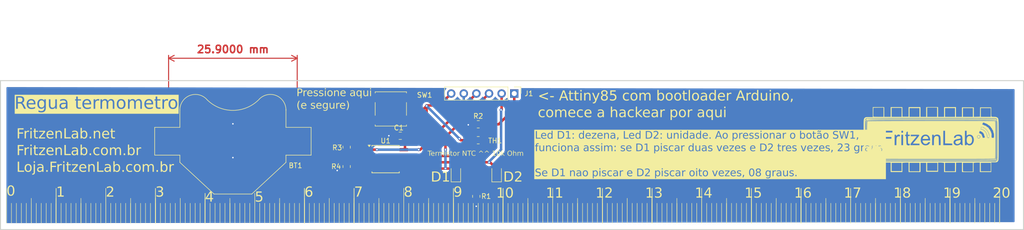
<source format=kicad_pcb>
(kicad_pcb (version 20240108) (generator "pcbnew") (generator_version "8.0")
  (layers (0 "F.Cu" signal) (31 "B.Cu" signal) (34 "B.Paste" user) (35 "F.Paste" user) (36 "B.SilkS" user "B.Silkscreen") (37 "F.SilkS" user "F.Silkscreen") (38 "B.Mask" user) (39 "F.Mask" user) (44 "Edge.Cuts" user))
  (net 0 "")
  (net 1 "LED-decimal")
  (net 2 "GND")
  (net 3 "LED-unitario")
  (net 4 "Analog")
  (net 5 "VCC")
  (net 6 "REF")
  (net 7 "D10")
  (net 9 "Net-(BT1-+)")
  (net 10 "Net-(D1-K)")
  (footprint "Package_SO:SOIC-8W_5.3x5.3mm_P1.27mm" (layer "F.Cu") (at 129.55 92.305)
    (property "Reference" "U1" (at 0 -3.68 0) (layer "F.SilkS"))
    (property "Value" "ATtiny85-20S" (hide yes))
    (pad "1" smd rect (at -3.65 -1.905) (size 1.7 0.65) (layers "F.Cu" "F.Paste" "F.Mask") (net 7 "D10"))
    (pad "2" smd rect (at -3.65 -0.635) (size 1.7 0.65) (layers "F.Cu" "F.Paste" "F.Mask"))
    (pad "3" smd rect (at -3.65 0.635) (size 1.7 0.65) (layers "F.Cu" "F.Paste" "F.Mask") (net 6 "REF"))
    (pad "4" smd rect (at -3.65 1.905) (size 1.7 0.65) (layers "F.Cu" "F.Paste" "F.Mask") (net 2 "GND"))
    (pad "5" smd rect (at 3.65 1.905) (size 1.7 0.65) (layers "F.Cu" "F.Paste" "F.Mask") (net 1 "LED-decimal"))
    (pad "6" smd rect (at 3.65 0.635) (size 1.7 0.65) (layers "F.Cu" "F.Paste" "F.Mask") (net 3 "LED-unitario"))
    (pad "7" smd rect (at 3.65 -0.635) (size 1.7 0.65) (layers "F.Cu" "F.Paste" "F.Mask") (net 4 "Analog"))
    (pad "8" smd rect (at 3.65 -1.905) (size 1.7 0.65) (layers "F.Cu" "F.Paste" "F.Mask") (net 5 "VCC"))
  )
  (footprint "LED_SMD:LED_0805_2012Metric" (layer "F.Cu") (at 151.9 95.2 90)
    (property "Reference" "D2" (at -0.8 3.3 180) (layer "F.SilkS") (effects (font (size 2 2))))
    (property "Value" "LED" (hide yes))
    (pad "1" smd roundrect (at -0.9375 0 90) (size 0.975 1.4) (layers "F.Cu" "F.Paste" "F.Mask") (net 10 "Net-(D1-K)"))
    (pad "2" smd roundrect (at 0.9375 0 90) (size 0.975 1.4) (layers "F.Cu" "F.Paste" "F.Mask") (net 3 "LED-unitario"))
  )
  (footprint "Capacitor_SMD:C_0805_2012Metric" (layer "F.Cu") (at 132.5 87.6 180)
    (property "Reference" "C1" (at 0.3 1.6 0) (layer "F.SilkS"))
    (property "Value" "C" (hide yes))
    (pad "1" smd roundrect (at -0.95 0 180) (size 1 1.45) (layers "F.Cu" "F.Paste" "F.Mask") (net 5 "VCC"))
    (pad "2" smd roundrect (at 0.95 0 180) (size 1 1.45) (layers "F.Cu" "F.Paste" "F.Mask") (net 2 "GND"))
  )
  (footprint "Resistor_SMD:R_0805_2012Metric" (layer "F.Cu") (at 121.7 89.9 90)
    (property "Reference" "R3" (at -0.1 -1.9 180) (layer "F.SilkS"))
    (property "Value" "R" (hide yes))
    (pad "1" smd roundrect (at -0.9125 0 90) (size 1.025 1.4) (layers "F.Cu" "F.Paste" "F.Mask") (roundrect_rratio 0.243902) (net 6 "REF"))
    (pad "2" smd roundrect (at 0.9125 0 90) (size 1.025 1.4) (layers "F.Cu" "F.Paste" "F.Mask") (roundrect_rratio 0.243902) (net 5 "VCC"))
  )
  (footprint "Connector_PinHeader_2.54mm:PinHeader_1x06_P2.54mm_Vertical" (layer "F.Cu") (at 155.45 79.1 -90)
    (property "Reference" "J1" (at 0 -2.95 180) (layer "F.SilkS"))
    (property "Value" "Conn_01x06_Pin" (hide yes))
    (pad "1" thru_hole rect (at 0 0 270) (size 1.7 1.7) (drill 1) (layers "*.Cu" "*.Mask") (net 4 "Analog"))
    (pad "2" thru_hole oval (at 0 2.54 270) (size 1.7 1.7) (drill 1) (layers "*.Cu" "*.Mask") (net 3 "LED-unitario"))
    (pad "3" thru_hole oval (at 0 5.08 270) (size 1.7 1.7) (drill 1) (layers "*.Cu" "*.Mask") (net 1 "LED-decimal"))
    (pad "4" thru_hole oval (at 0 7.62 270) (size 1.7 1.7) (drill 1) (layers "*.Cu" "*.Mask") (net 7 "D10"))
    (pad "5" thru_hole oval (at 0 10.16 270) (size 1.7 1.7) (drill 1) (layers "*.Cu" "*.Mask") (net 2 "GND"))
    (pad "6" thru_hole oval (at 0 12.7 270) (size 1.7 1.7) (drill 1) (layers "*.Cu" "*.Mask") (net 5 "VCC"))
  )
  (footprint "LED_SMD:LED_0805_2012Metric" (layer "F.Cu") (at 143.7 95.2 90)
    (property "Reference" "D1" (at -0.8 -3.1 180) (layer "F.SilkS") (effects (font (size 2 2))))
    (property "Value" "LED" (hide yes))
    (pad "1" smd roundrect (at -0.9375 0 90) (size 0.975 1.4) (layers "F.Cu" "F.Paste" "F.Mask") (net 10 "Net-(D1-K)"))
    (pad "2" smd roundrect (at 0.9375 0 90) (size 0.975 1.4) (layers "F.Cu" "F.Paste" "F.Mask") (net 1 "LED-decimal"))
  )
  (footprint "Button_Switch_SMD:SW_SPST_B3S-1000" (layer "F.Cu") (at 130.6 82.2)
    (property "Reference" "SW1" (at 6.8 -2.8 0) (layer "F.SilkS"))
    (property "Value" "SW_Push_Dual" (hide yes))
    (pad "1" smd rect (at -3.975 -2.25) (size 1.55 1.3) (layers "F.Cu" "F.Paste" "F.Mask") (net 9 "Net-(BT1-+)"))
    (pad "1" smd rect (at 3.975 -2.25) (size 1.55 1.3) (layers "F.Cu" "F.Paste" "F.Mask") (net 9 "Net-(BT1-+)"))
    (pad "2" smd rect (at -3.975 2.25) (size 1.55 1.3) (layers "F.Cu" "F.Paste" "F.Mask") (net 5 "VCC"))
    (pad "2" smd rect (at 3.975 2.25) (size 1.55 1.3) (layers "F.Cu" "F.Paste" "F.Mask") (net 5 "VCC"))
  )
  (footprint "Resistor_SMD:R_0805_2012Metric" (layer "F.Cu") (at 148.2 88.5)
    (property "Reference" "TH1" (at 3.4 0.1 0) (layer "F.SilkS"))
    (property "Value" "Thermistor_NTC" (hide yes))
    (pad "1" smd roundrect (at -0.9125 0) (size 1.025 1.4) (layers "F.Cu" "F.Paste" "F.Mask") (roundrect_rratio 0.243902) (net 5 "VCC"))
    (pad "2" smd roundrect (at 0.9125 0) (size 1.025 1.4) (layers "F.Cu" "F.Paste" "F.Mask") (roundrect_rratio 0.243902) (net 4 "Analog"))
  )
  (footprint "Resistor_SMD:R_0805_2012Metric" (layer "F.Cu") (at 147.8 99.8 -90)
    (property "Reference" "R1" (at 0 -2 180) (layer "F.SilkS"))
    (property "Value" "R" (hide yes))
    (pad "1" smd roundrect (at -0.9125 0 270) (size 1.025 1.4) (layers "F.Cu" "F.Paste" "F.Mask") (roundrect_rratio 0.243902) (net 10 "Net-(D1-K)"))
    (pad "2" smd roundrect (at 0.9125 0 270) (size 1.025 1.4) (layers "F.Cu" "F.Paste" "F.Mask") (roundrect_rratio 0.243902) (net 2 "GND"))
  )
  (footprint "Resistor_SMD:R_0805_2012Metric" (layer "F.Cu") (at 121.7 93.8 90)
    (property "Reference" "R4" (at 0 -2.1 180) (layer "F.SilkS"))
    (property "Value" "R" (hide yes))
    (pad "1" smd roundrect (at -0.9125 0 90) (size 1.025 1.4) (layers "F.Cu" "F.Paste" "F.Mask") (roundrect_rratio 0.243902) (net 2 "GND"))
    (pad "2" smd roundrect (at 0.9125 0 90) (size 1.025 1.4) (layers "F.Cu" "F.Paste" "F.Mask") (roundrect_rratio 0.243902) (net 6 "REF"))
  )
  (footprint "logo:logo-35mm" (layer "F.Cu") (at 239.2 89.4)
    (property "Reference" "G***" (hide yes))
    (property "Value" "LOGO" (hide yes))
  )
  (footprint "Battery:BatteryHolder_Multicomp_BC-2001_1x2032" (layer "F.Cu") (at 98.8 88.709227)
    (property "Reference" "BT1" (at 12.6 4.890773 0) (layer "F.SilkS"))
    (property "Value" "Battery_Cell" (hide yes))
    (pad "1" smd rect (at -12.95 0) (size 5 5) (layers "F.Cu" "F.Paste" "F.Mask") (net 9 "Net-(BT1-+)"))
    (pad "1" smd rect (at 12.95 0) (size 5 5) (layers "F.Cu" "F.Paste" "F.Mask") (net 9 "Net-(BT1-+)"))
    (pad "2" smd rect (at 0 0) (size 4 4) (layers "F.Cu" "F.Paste" "F.Mask") (net 2 "GND"))
  )
  (footprint "Resistor_SMD:R_0805_2012Metric" (layer "F.Cu") (at 148.2 85.3)
    (property "Reference" "R2" (at 0 -1.65 0) (layer "F.SilkS"))
    (property "Value" "R" (hide yes))
    (pad "1" smd roundrect (at -0.9125 0) (size 1.025 1.4) (layers "F.Cu" "F.Paste" "F.Mask") (roundrect_rratio 0.243902) (net 2 "GND"))
    (pad "2" smd roundrect (at 0.9125 0) (size 1.025 1.4) (layers "F.Cu" "F.Paste" "F.Mask") (roundrect_rratio 0.243902) (net 4 "Analog"))
  )
  (gr_line (start 93.2 105.2) (end 93.2 101.2) (stroke (width 0.1)) (layer "F.SilkS"))
  (gr_line (start 236.2 105.2) (end 236.2 101.2) (stroke (width 0.1)) (layer "F.SilkS"))
  (gr_line (start 223.2 105.2) (end 223.2 101.2) (stroke (width 0.1)) (layer "F.SilkS"))
  (gr_line (start 203.2 105.2) (end 203.2 101.2) (stroke (width 0.1)) (layer "F.SilkS"))
  (gr_line (start 103.2 105.2) (end 103.2 99.2) (stroke (width 0.1)) (layer "F.SilkS"))
  (gr_line (start 83.2 105.2) (end 83.2 100.2) (stroke (width 0.1)) (layer "F.SilkS"))
  (gr_line (start 176.2 105.2) (end 176.2 101.2) (stroke (width 0.1)) (layer "F.SilkS"))
  (gr_line (start 111.2 105.2) (end 111.2 101.2) (stroke (width 0.1)) (layer "F.SilkS"))
  (gr_line (start 96.2 105.2) (end 96.2 101.2) (stroke (width 0.1)) (layer "F.SilkS"))
  (gr_line (start 213.2 105.2) (end 213.2 101.2) (stroke (width 0.1)) (layer "F.SilkS"))
  (gr_line (start 209.2 105.2) (end 209.2 101.2) (stroke (width 0.1)) (layer "F.SilkS"))
  (gr_line (start 98.2 105.2) (end 98.2 101.2) (stroke (width 0.1)) (layer "F.SilkS"))
  (gr_line (start 196.2 105.2) (end 196.2 101.2) (stroke (width 0.1)) (layer "F.SilkS"))
  (gr_line (start 223.2 105.2) (end 223.2 98.2) (stroke (width 0.1)) (layer "F.SilkS"))
  (gr_line (start 250.2 105.2) (end 250.2 101.2) (stroke (width 0.1)) (layer "F.SilkS"))
  (gr_line (start 138.2 105.2) (end 138.2 101.2) (stroke (width 0.1)) (layer "F.SilkS"))
  (gr_line (start 91.2 105.2) (end 91.2 101.2) (stroke (width 0.1)) (layer "F.SilkS"))
  (gr_line (start 182.2 105.2) (end 182.2 101.2) (stroke (width 0.1)) (layer "F.SilkS"))
  (gr_line (start 228.2 105.2) (end 228.2 101.2) (stroke (width 0.1)) (layer "F.SilkS"))
  (gr_line (start 200.2 105.2) (end 200.2 101.2) (stroke (width 0.1)) (layer "F.SilkS"))
  (gr_line (start 186.2 105.2) (end 186.2 101.2) (stroke (width 0.1)) (layer "F.SilkS"))
  (gr_line (start 133.2 105.2) (end 133.2 98.2) (stroke (width 0.1)) (layer "F.SilkS"))
  (gr_line (start 141.2 105.2) (end 141.2 101.2) (stroke (width 0.1)) (layer "F.SilkS"))
  (gr_line (start 58.2 105.2) (end 58.2 100.2) (stroke (width 0.1)) (layer "F.SilkS"))
  (gr_line (start 166.2 105.2) (end 166.2 101.2) (stroke (width 0.1)) (layer "F.SilkS"))
  (gr_line (start 177.2 105.2) (end 177.2 101.2) (stroke (width 0.1)) (layer "F.SilkS"))
  (gr_line (start 123.2 105.2) (end 123.2 98.2) (stroke (width 0.1)) (layer "F.SilkS"))
  (gr_line (start 253.2 105.2) (end 253.2 101.2) (stroke (width 0.1)) (layer "F.SilkS"))
  (gr_line (start 173.2 105.2) (end 173.2 100.2) (stroke (width 0.1)) (layer "F.SilkS"))
  (gr_line (start 243.2 105.2) (end 243.2 98.2) (stroke (width 0.1)) (layer "F.SilkS"))
  (gr_line (start 208.2 105.2) (end 208.2 101.2) (stroke (width 0.1)) (layer "F.SilkS"))
  (gr_line (start 193.2 105.2) (end 193.2 98.2) (stroke (width 0.1)) (layer "F.SilkS"))
  (gr_line (start 82.2 105.2) (end 82.2 101.2) (stroke (width 0.1)) (layer "F.SilkS"))
  (gr_line (start 233.2 105.2) (end 233.2 98.2) (stroke (width 0.1)) (layer "F.SilkS"))
  (gr_line (start 243.2 105.2) (end 243.2 98.2) (stroke (width 0.1)) (layer "F.SilkS"))
  (gr_line (start 194.2 105.2) (end 194.2 101.2) (stroke (width 0.1)) (layer "F.SilkS"))
  (gr_line (start 248.2 105.2) (end 248.2 100.2) (stroke (width 0.1)) (layer "F.SilkS"))
  (gr_line (start 201.2 105.2) (end 201.2 101.2) (stroke (width 0.1)) (layer "F.SilkS"))
  (gr_line (start 80.2 105.2) (end 80.2 101.2) (stroke (width 0.1)) (layer "F.SilkS"))
  (gr_line (start 218.2 105.2) (end 218.2 100.2) (stroke (width 0.1)) (layer "F.SilkS"))
  (gr_line (start 127.2 105.2) (end 127.2 101.2) (stroke (width 0.1)) (layer "F.SilkS"))
  (gr_line (start 65.2 105.2) (end 65.2 101.2) (stroke (width 0.1)) (layer "F.SilkS"))
  (gr_line (start 76.2 105.2) (end 76.2 101.2) (stroke (width 0.1)) (layer "F.SilkS"))
  (gr_line (start 73.2 105.2) (end 73.2 101.2) (stroke (width 0.1)) (layer "F.SilkS"))
  (gr_line (start 63.2 105.2) (end 63.2 101.2) (stroke (width 0.1)) (layer "F.SilkS"))
  (gr_line (start 159.2 105.2) (end 159.2 101.2) (stroke (width 0.1)) (layer "F.SilkS"))
  (gr_line (start 238.2 105.2) (end 238.2 100.2) (stroke (width 0.1)) (layer "F.SilkS"))
  (gr_line (start 110.2 105.2) (end 110.2 101.2) (stroke (width 0.1)) (layer "F.SilkS"))
  (gr_line (start 157.2 105.2) (end 157.2 101.2) (stroke (width 0.1)) (layer "F.SilkS"))
  (gr_line (start 203.2 105.2) (end 203.2 98.2) (stroke (width 0.1)) (layer "F.SilkS"))
  (gr_line (start 206.2 105.2) (end 206.2 101.2) (stroke (width 0.1)) (layer "F.SilkS"))
  (gr_line (start 73.2 105.2) (end 73.2 98.2) (stroke (width 0.1)) (layer "F.SilkS"))
  (gr_line (start 185.2 105.2) (end 185.2 101.2) (stroke (width 0.1)) (layer "F.SilkS"))
  (gr_line (start 183.2 105.2) (end 183.2 98.2) (stroke (width 0.1)) (layer "F.SilkS"))
  (gr_line (start 75.2 105.2) (end 75.2 101.2) (stroke (width 0.1)) (layer "F.SilkS"))
  (gr_line (start 74.2 105.2) (end 74.2 101.2) (stroke (width 0.1)) (layer "F.SilkS"))
  (gr_line (start 158.2 105.2) (end 158.2 100.2) (stroke (width 0.1)) (layer "F.SilkS"))
  (gr_line (start 253.2 105.2) (end 253.2 98.2) (stroke (width 0.1)) (layer "F.SilkS"))
  (gr_line (start 68.2 105.2) (end 68.2 100.2) (stroke (width 0.1)) (layer "F.SilkS"))
  (gr_line (start 172.2 105.2) (end 172.2 101.2) (stroke (width 0.1)) (layer "F.SilkS"))
  (gr_line (start 143.2 105.2) (end 143.2 98.2) (stroke (width 0.1)) (layer "F.SilkS"))
  (gr_line (start 233.2 105.2) (end 233.2 98.2) (stroke (width 0.1)) (layer "F.SilkS"))
  (gr_line (start 183.2 105.2) (end 183.2 98.2) (stroke (width 0.1)) (layer "F.SilkS"))
  (gr_line (start 173.2 105.2) (end 173.2 98.2) (stroke (width 0.1)) (layer "F.SilkS"))
  (gr_line (start 62.2 105.2) (end 62.2 101.2) (stroke (width 0.1)) (layer "F.SilkS"))
  (gr_line (start 245.2 105.2) (end 245.2 101.2) (stroke (width 0.1)) (layer "F.SilkS"))
  (gr_line (start 183.2 105.2) (end 183.2 100.2) (stroke (width 0.1)) (layer "F.SilkS"))
  (gr_line (start 98.2 105.2) (end 98.2 100.2) (stroke (width 0.1)) (layer "F.SilkS"))
  (gr_line (start 218.2 105.2) (end 218.2 101.2) (stroke (width 0.1)) (layer "F.SilkS"))
  (gr_line (start 116.2 105.2) (end 116.2 101.2) (stroke (width 0.1)) (layer "F.SilkS"))
  (gr_line (start 123.2 105.2) (end 123.2 100.2) (stroke (width 0.1)) (layer "F.SilkS"))
  (gr_line (start 173.2 105.2) (end 173.2 101.2) (stroke (width 0.1)) (layer "F.SilkS"))
  (gr_line (start 125.2 105.2) (end 125.2 101.2) (stroke (width 0.1)) (layer "F.SilkS"))
  (gr_line (start 137.2 105.2) (end 137.2 101.2) (stroke (width 0.1)) (layer "F.SilkS"))
  (gr_line (start 63.2 105.2) (end 63.2 100.2) (stroke (width 0.1)) (layer "F.SilkS"))
  (gr_line (start 88.2 105.2) (end 88.2 101.2) (stroke (width 0.1)) (layer "F.SilkS"))
  (gr_line (start 193.2 105.2) (end 193.2 98.2) (stroke (width 0.1)) (layer "F.SilkS"))
  (gr_line (start 66.2 105.2) (end 66.2 101.2) (stroke (width 0.1)) (layer "F.SilkS"))
  (gr_line (start 222.2 105.2) (end 222.2 101.2) (stroke (width 0.1)) (layer "F.SilkS"))
  (gr_line (start 229.2 105.2) (end 229.2 101.2) (stroke (width 0.1)) (layer "F.SilkS"))
  (gr_line (start 195.2 105.2) (end 195.2 101.2) (stroke (width 0.1)) (layer "F.SilkS"))
  (gr_line (start 122.2 105.2) (end 122.2 101.2) (stroke (width 0.1)) (layer "F.SilkS"))
  (gr_line (start 83.2 105.2) (end 83.2 98.2) (stroke (width 0.1)) (layer "F.SilkS"))
  (gr_line (start 193.2 105.2) (end 193.2 100.2) (stroke (width 0.1)) (layer "F.SilkS"))
  (gr_line (start 213.2 105.2) (end 213.2 100.2) (stroke (width 0.1)) (layer "F.SilkS"))
  (gr_line (start 108.2 105.2) (end 108.2 100.2) (stroke (width 0.1)) (layer "F.SilkS"))
  (gr_line (start 114.2 105.2) (end 114.2 101.2) (stroke (width 0.1)) (layer "F.SilkS"))
  (gr_line (start 133.2 105.2) (end 133.2 100.2) (stroke (width 0.1)) (layer "F.SilkS"))
  (gr_line (start 225.2 105.2) (end 225.2 101.2) (stroke (width 0.1)) (layer "F.SilkS"))
  (gr_line (start 69.2 105.2) (end 69.2 101.2) (stroke (width 0.1)) (layer "F.SilkS"))
  (gr_line (start 216.2 105.2) (end 216.2 101.2) (stroke (width 0.1)) (layer "F.SilkS"))
  (gr_line (start 199.2 105.2) (end 199.2 101.2) (stroke (width 0.1)) (layer "F.SilkS"))
  (gr_line (start 138.2 105.2) (end 138.2 100.2) (stroke (width 0.1)) (layer "F.SilkS"))
  (gr_line (start 70.2 105.2) (end 70.2 101.2) (stroke (width 0.1)) (layer "F.SilkS"))
  (gr_line (start 78.2 105.2) (end 78.2 100.2) (stroke (width 0.1)) (layer "F.SilkS"))
  (gr_line (start 178.2 105.2) (end 178.2 101.2) (stroke (width 0.1)) (layer "F.SilkS"))
  (gr_line (start 113.2 105.2) (end 113.2 101.2) (stroke (width 0.1)) (layer "F.SilkS"))
  (gr_line (start 105.2 105.2) (end 105.2 101.2) (stroke (width 0.1)) (layer "F.SilkS"))
  (gr_line (start 145.2 105.2) (end 145.2 101.2) (stroke (width 0.1)) (layer "F.SilkS"))
  (gr_line (start 162.2 105.2) (end 162.2 101.2) (stroke (width 0.1)) (layer "F.SilkS"))
  (gr_line (start 113.2 105.2) (end 113.2 100.2) (stroke (width 0.1)) (layer "F.SilkS"))
  (gr_line (start 88.2 105.2) (end 88.2 100.2) (stroke (width 0.1)) (layer "F.SilkS"))
  (gr_line (start 217.2 105.2) (end 217.2 101.2) (stroke (width 0.1)) (layer "F.SilkS"))
  (gr_line (start 59.2 105.2) (end 59.2 101.2) (stroke (width 0.1)) (layer "F.SilkS"))
  (gr_line (start 93.2 105.2) (end 93.2 99.2) (stroke (width 0.1)) (layer "F.SilkS"))
  (gr_line (start 130.2 105.2) (end 130.2 101.2) (stroke (width 0.1)) (layer "F.SilkS"))
  (gr_line (start 148.2 105.2) (end 148.2 101.2) (stroke (width 0.1)) (layer "F.SilkS"))
  (gr_line (start 243.2 105.2) (end 243.2 101.2) (stroke (width 0.1)) (layer "F.SilkS"))
  (gr_line (start 117.2 105.2) (end 117.2 101.2) (stroke (width 0.1)) (layer "F.SilkS"))
  (gr_line (start 128.2 105.2) (end 128.2 100.2) (stroke (width 0.1)) (layer "F.SilkS"))
  (gr_line (start 128.2 105.2) (end 128.2 101.2) (stroke (width 0.1)) (layer "F.SilkS"))
  (gr_line (start 230.2 105.2) (end 230.2 101.2) (stroke (width 0.1)) (layer "F.SilkS"))
  (gr_line (start 73.2 105.2) (end 73.2 100.2) (stroke (width 0.1)) (layer "F.SilkS"))
  (gr_line (start 237.2 105.2) (end 237.2 101.2) (stroke (width 0.1)) (layer "F.SilkS"))
  (gr_line (start 210.2 105.2) (end 210.2 101.2) (stroke (width 0.1)) (layer "F.SilkS"))
  (gr_line (start 156.2 105.2) (end 156.2 101.2) (stroke (width 0.1)) (layer "F.SilkS"))
  (gr_line (start 251.2 105.2) (end 251.2 101.2) (stroke (width 0.1)) (layer "F.SilkS"))
  (gr_line (start 113.2 105.2) (end 113.2 98.2) (stroke (width 0.1)) (layer "F.SilkS"))
  (gr_line (start 253.2 105.2) (end 253.2 100.2) (stroke (width 0.1)) (layer "F.SilkS"))
  (gr_line (start 148.2 105.2) (end 148.2 101.2) (stroke (width 0.1)) (layer "F.SilkS"))
  (gr_line (start 175.2 105.2) (end 175.2 101.2) (stroke (width 0.1)) (layer "F.SilkS"))
  (gr_line (start 113.2 105.2) (end 113.2 98.2) (stroke (width 0.1)) (layer "F.SilkS"))
  (gr_line (start 246.2 105.2) (end 246.2 101.2) (stroke (width 0.1)) (layer "F.SilkS"))
  (gr_line (start 234.2 105.2) (end 234.2 101.2) (stroke (width 0.1)) (layer "F.SilkS"))
  (gr_line (start 153.2 105.2) (end 153.2 100.2) (stroke (width 0.1)) (layer "F.SilkS"))
  (gr_line (start 133.2 105.2) (end 133.2 98.2) (stroke (width 0.1)) (layer "F.SilkS"))
  (gr_line (start 223.2 105.2) (end 223.2 100.2) (stroke (width 0.1)) (layer "F.SilkS"))
  (gr_line (start 163.2 105.2) (end 163.2 101.2) (stroke (width 0.1)) (layer "F.SilkS"))
  (gr_line (start 161.2 105.2) (end 161.2 101.2) (stroke (width 0.1)) (layer "F.SilkS"))
  (gr_line (start 121.2 105.2) (end 121.2 101.2) (stroke (width 0.1)) (layer "F.SilkS"))
  (gr_line (start 164.2 105.2) (end 164.2 101.2) (stroke (width 0.1)) (layer "F.SilkS"))
  (gr_line (start 95.2 105.2) (end 95.2 101.2) (stroke (width 0.1)) (layer "F.SilkS"))
  (gr_line (start 203.2 105.2) (end 203.2 100.2) (stroke (width 0.1)) (layer "F.SilkS"))
  (gr_line (start 84.2 105.2) (end 84.2 101.2) (stroke (width 0.1)) (layer "F.SilkS"))
  (gr_line (start 241.2 105.2) (end 241.2 101.2) (stroke (width 0.1)) (layer "F.SilkS"))
  (gr_line (start 108.2 105.2) (end 108.2 101.2) (stroke (width 0.1)) (layer "F.SilkS"))
  (gr_line (start 106.2 105.2) (end 106.2 101.2) (stroke (width 0.1)) (layer "F.SilkS"))
  (gr_line (start 178.2 105.2) (end 178.2 100.2) (stroke (width 0.1)) (layer "F.SilkS"))
  (gr_line (start 139.2 105.2) (end 139.2 101.2) (stroke (width 0.1)) (layer "F.SilkS"))
  (gr_line (start 151.2 105.2) (end 151.2 101.2) (stroke (width 0.1)) (layer "F.SilkS"))
  (gr_line (start 119.2 105.2) (end 119.2 101.2) (stroke (width 0.1)) (layer "F.SilkS"))
  (gr_line (start 120.2 105.2) (end 120.2 101.2) (stroke (width 0.1)) (layer "F.SilkS"))
  (gr_line (start 221.2 105.2) (end 221.2 101.2) (stroke (width 0.1)) (layer "F.SilkS"))
  (gr_line (start 207.2 105.2) (end 207.2 101.2) (stroke (width 0.1)) (layer "F.SilkS"))
  (gr_line (start 146.2 105.2) (end 146.2 101.2) (stroke (width 0.1)) (layer "F.SilkS"))
  (gr_line (start 205.2 105.2) (end 205.2 101.2) (stroke (width 0.1)) (layer "F.SilkS"))
  (gr_line (start 85.2 105.2) (end 85.2 101.2) (stroke (width 0.1)) (layer "F.SilkS"))
  (gr_line (start 57.2 105.2) (end 57.2 101.2) (stroke (width 0.1)) (layer "F.SilkS"))
  (gr_line (start 198.2 105.2) (end 198.2 100.2) (stroke (width 0.1)) (layer "F.SilkS"))
  (gr_line (start 83.2 105.2) (end 83.2 98.2) (stroke (width 0.1)) (layer "F.SilkS"))
  (gr_line (start 174.2 105.2) (end 174.2 101.2) (stroke (width 0.1)) (layer "F.SilkS"))
  (gr_line (start 154.2 105.2) (end 154.2 101.2) (stroke (width 0.1)) (layer "F.SilkS"))
  (gr_line (start 153.2 105.2) (end 153.2 98.2) (stroke (width 0.1)) (layer "F.SilkS"))
  (gr_line (start 90.2 105.2) (end 90.2 101.2) (stroke (width 0.1)) (layer "F.SilkS"))
  (gr_line (start 183.2 105.2) (end 183.2 101.2) (stroke (width 0.1)) (layer "F.SilkS"))
  (gr_line (start 204.2 105.2) (end 204.2 101.2) (stroke (width 0.1)) (layer "F.SilkS"))
  (gr_line (start 238.2 105.2) (end 238.2 101.2) (stroke (width 0.1)) (layer "F.SilkS"))
  (gr_line (start 142.2 105.2) (end 142.2 101.2) (stroke (width 0.1)) (layer "F.SilkS"))
  (gr_line (start 132.2 105.2) (end 132.2 101.2) (stroke (width 0.1)) (layer "F.SilkS"))
  (gr_line (start 131.2 105.2) (end 131.2 101.2) (stroke (width 0.1)) (layer "F.SilkS"))
  (gr_line (start 226.2 105.2) (end 226.2 101.2) (stroke (width 0.1)) (layer "F.SilkS"))
  (gr_line (start 93.2 105.2) (end 93.2 100.2) (stroke (width 0.1)) (layer "F.SilkS"))
  (gr_line (start 197.2 105.2) (end 197.2 101.2) (stroke (width 0.1)) (layer "F.SilkS"))
  (gr_line (start 103.2 105.2) (end 103.2 100.2) (stroke (width 0.1)) (layer "F.SilkS"))
  (gr_line (start 101.2 105.2) (end 101.2 101.2) (stroke (width 0.1)) (layer "F.SilkS"))
  (gr_line (start 163.2 105.2) (end 163.2 98.2) (stroke (width 0.1)) (layer "F.SilkS"))
  (gr_line (start 227.2 105.2) (end 227.2 101.2) (stroke (width 0.1)) (layer "F.SilkS"))
  (gr_line (start 123.2 105.2) (end 123.2 101.2) (stroke (width 0.1)) (layer "F.SilkS"))
  (gr_line (start 143.2 105.2) (end 143.2 101.2) (stroke (width 0.1)) (layer "F.SilkS"))
  (gr_line (start 191.2 105.2) (end 191.2 101.2) (stroke (width 0.1)) (layer "F.SilkS"))
  (gr_line (start 160.2 105.2) (end 160.2 101.2) (stroke (width 0.1)) (layer "F.SilkS"))
  (gr_line (start 99.2 105.2) (end 99.2 101.2) (stroke (width 0.1)) (layer "F.SilkS"))
  (gr_line (start 167.2 105.2) (end 167.2 101.2) (stroke (width 0.1)) (layer "F.SilkS"))
  (gr_line (start 239.2 105.2) (end 239.2 101.2) (stroke (width 0.1)) (layer "F.SilkS"))
  (gr_line (start 248.2 105.2) (end 248.2 101.2) (stroke (width 0.1)) (layer "F.SilkS"))
  (gr_line (start 147.2 105.2) (end 147.2 101.2) (stroke (width 0.1)) (layer "F.SilkS"))
  (gr_line (start 78.2 105.2) (end 78.2 101.2) (stroke (width 0.1)) (layer "F.SilkS"))
  (gr_line (start 53.2 105.2) (end 53.2 98.2) (stroke (width 0.1)) (layer "F.SilkS"))
  (gr_line (start 112.2 105.2) (end 112.2 101.2) (stroke (width 0.1)) (layer "F.SilkS"))
  (gr_line (start 144.2 105.2) (end 144.2 101.2) (stroke (width 0.1)) (layer "F.SilkS"))
  (gr_line (start 214.2 105.2) (end 214.2 101.2) (stroke (width 0.1)) (layer "F.SilkS"))
  (gr_line (start 202.2 105.2) (end 202.2 101.2) (stroke (width 0.1)) (layer "F.SilkS"))
  (gr_line (start 173.2 105.2) (end 173.2 98.2) (stroke (width 0.1)) (layer "F.SilkS"))
  (gr_line (start 242.2 105.2) (end 242.2 101.2) (stroke (width 0.1)) (layer "F.SilkS"))
  (gr_line (start 243.2 105.2) (end 243.2 100.2) (stroke (width 0.1)) (layer "F.SilkS"))
  (gr_line (start 198.2 105.2) (end 198.2 101.2) (stroke (width 0.1)) (layer "F.SilkS"))
  (gr_line (start 63.2 105.2) (end 63.2 98.2) (stroke (width 0.1)) (layer "F.SilkS"))
  (gr_line (start 220.2 105.2) (end 220.2 101.2) (stroke (width 0.1)) (layer "F.SilkS"))
  (gr_line (start 143.2 105.2) (end 143.2 98.2) (stroke (width 0.1)) (layer "F.SilkS"))
  (gr_line (start 165.2 105.2) (end 165.2 101.2) (stroke (width 0.1)) (layer "F.SilkS"))
  (gr_line (start 169.2 105.2) (end 169.2 101.2) (stroke (width 0.1)) (layer "F.SilkS"))
  (gr_line (start 135.2 105.2) (end 135.2 101.2) (stroke (width 0.1)) (layer "F.SilkS"))
  (gr_line (start 171.2 105.2) (end 171.2 101.2) (stroke (width 0.1)) (layer "F.SilkS"))
  (gr_line (start 228.2 105.2) (end 228.2 100.2) (stroke (width 0.1)) (layer "F.SilkS"))
  (gr_line (start 190.2 105.2) (end 190.2 101.2) (stroke (width 0.1)) (layer "F.SilkS"))
  (gr_line (start 211.2 105.2) (end 211.2 101.2) (stroke (width 0.1)) (layer "F.SilkS"))
  (gr_line (start 129.2 105.2) (end 129.2 101.2) (stroke (width 0.1)) (layer "F.SilkS"))
  (gr_line (start 187.2 105.2) (end 187.2 101.2) (stroke (width 0.1)) (layer "F.SilkS"))
  (gr_line (start 232.2 105.2) (end 232.2 101.2) (stroke (width 0.1)) (layer "F.SilkS"))
  (gr_line (start 150.2 105.2) (end 150.2 101.2) (stroke (width 0.1)) (layer "F.SilkS"))
  (gr_line (start 163.2 105.2) (end 163.2 100.2) (stroke (width 0.1)) (layer "F.SilkS"))
  (gr_line (start 136.2 105.2) (end 136.2 101.2) (stroke (width 0.1)) (layer "F.SilkS"))
  (gr_line (start 100.2 105.2) (end 100.2 101.2) (stroke (width 0.1)) (layer "F.SilkS"))
  (gr_line (start 180.2 105.2) (end 180.2 101.2) (stroke (width 0.1)) (layer "F.SilkS"))
  (gr_line (start 233.2 105.2) (end 233.2 100.2) (stroke (width 0.1)) (layer "F.SilkS"))
  (gr_line (start 224.2 105.2) (end 224.2 101.2) (stroke (width 0.1)) (layer "F.SilkS"))
  (gr_line (start 60.2 105.2) (end 60.2 101.2) (stroke (width 0.1)) (layer "F.SilkS"))
  (gr_line (start 179.2 105.2) (end 179.2 101.2) (stroke (width 0.1)) (layer "F.SilkS"))
  (gr_line (start 63.2 105.2) (end 63.2 98.2) (stroke (width 0.1)) (layer "F.SilkS"))
  (gr_line (start 109.2 105.2) (end 109.2 101.2) (stroke (width 0.1)) (layer "F.SilkS"))
  (gr_line (start 104.2 105.2) (end 104.2 101.2) (stroke (width 0.1)) (layer "F.SilkS"))
  (gr_line (start 124.2 105.2) (end 124.2 101.2) (stroke (width 0.1)) (layer "F.SilkS"))
  (gr_line (start 123.2 105.2) (end 123.2 98.2) (stroke (width 0.1)) (layer "F.SilkS"))
  (gr_line (start 153.2 105.2) (end 153.2 98.2) (stroke (width 0.1)) (layer "F.SilkS"))
  (gr_line (start 189.2 105.2) (end 189.2 101.2) (stroke (width 0.1)) (layer "F.SilkS"))
  (gr_line (start 97.2 105.2) (end 97.2 101.2) (stroke (width 0.1)) (layer "F.SilkS"))
  (gr_line (start 208.2 105.2) (end 208.2 100.2) (stroke (width 0.1)) (layer "F.SilkS"))
  (gr_line (start 155.2 105.2) (end 155.2 101.2) (stroke (width 0.1)) (layer "F.SilkS"))
  (gr_line (start 72.2 105.2) (end 72.2 101.2) (stroke (width 0.1)) (layer "F.SilkS"))
  (gr_line (start 79.2 105.2) (end 79.2 101.2) (stroke (width 0.1)) (layer "F.SilkS"))
  (gr_line (start 83.2 105.2) (end 83.2 101.2) (stroke (width 0.1)) (layer "F.SilkS"))
  (gr_line (start 86.2 105.2) (end 86.2 101.2) (stroke (width 0.1)) (layer "F.SilkS"))
  (gr_line (start 103.2 105.2) (end 103.2 101.2) (stroke (width 0.1)) (layer "F.SilkS"))
  (gr_line (start 107.2 105.2) (end 107.2 101.2) (stroke (width 0.1)) (layer "F.SilkS"))
  (gr_line (start 223.2 105.2) (end 223.2 98.2) (stroke (width 0.1)) (layer "F.SilkS"))
  (gr_line (start 203.2 105.2) (end 203.2 98.2) (stroke (width 0.1)) (layer "F.SilkS"))
  (gr_line (start 231.2 105.2) (end 231.2 101.2) (stroke (width 0.1)) (layer "F.SilkS"))
  (gr_line (start 133.2 105.2) (end 133.2 101.2) (stroke (width 0.1)) (layer "F.SilkS"))
  (gr_line (start 103.2 105.2) (end 103.2 99.2) (stroke (width 0.1)) (layer "F.SilkS"))
  (gr_line (start 56.2 105.2) (end 56.2 101.2) (stroke (width 0.1)) (layer "F.SilkS"))
  (gr_line (start 54.2 105.2) (end 54.2 101.2) (stroke (width 0.1)) (layer "F.SilkS"))
  (gr_line (start 168.2 105.2) (end 168.2 100.2) (stroke (width 0.1)) (layer "F.SilkS"))
  (gr_line (start 252.2 105.2) (end 252.2 101.2) (stroke (width 0.1)) (layer "F.SilkS"))
  (gr_line (start 213.2 105.2) (end 213.2 98.2) (stroke (width 0.1)) (layer "F.SilkS"))
  (gr_line (start 233.2 105.2) (end 233.2 101.2) (stroke (width 0.1)) (layer "F.SilkS"))
  (gr_line (start 158.2 105.2) (end 158.2 101.2) (stroke (width 0.1)) (layer "F.SilkS"))
  (gr_line (start 115.2 105.2) (end 115.2 101.2) (stroke (width 0.1)) (layer "F.SilkS"))
  (gr_line (start 168.2 105.2) (end 168.2 101.2) (stroke (width 0.1)) (layer "F.SilkS"))
  (gr_line (start 192.2 105.2) (end 192.2 101.2) (stroke (width 0.1)) (layer "F.SilkS"))
  (gr_line (start 126.2 105.2) (end 126.2 101.2) (stroke (width 0.1)) (layer "F.SilkS"))
  (gr_line (start 118.2 105.2) (end 118.2 101.2) (stroke (width 0.1)) (layer "F.SilkS"))
  (gr_line (start 247.2 105.2) (end 247.2 101.2) (stroke (width 0.1)) (layer "F.SilkS"))
  (gr_line (start 244.2 105.2) (end 244.2 101.2) (stroke (width 0.1)) (layer "F.SilkS"))
  (gr_line (start 94.2 105.2) (end 94.2 101.2) (stroke (width 0.1)) (layer "F.SilkS"))
  (gr_line (start 81.2 105.2) (end 81.2 101.2) (stroke (width 0.1)) (layer "F.SilkS"))
  (gr_line (start 181.2 105.2) (end 181.2 101.2) (stroke (width 0.1)) (layer "F.SilkS"))
  (gr_line (start 188.2 105.2) (end 188.2 100.2) (stroke (width 0.1)) (layer "F.SilkS"))
  (gr_line (start 219.2 105.2) (end 219.2 101.2) (stroke (width 0.1)) (layer "F.SilkS"))
  (gr_line (start 77.2 105.2) (end 77.2 101.2) (stroke (width 0.1)) (layer "F.SilkS"))
  (gr_line (start 73.2 105.2) (end 73.2 98.2) (stroke (width 0.1)) (layer "F.SilkS"))
  (gr_line (start 184.2 105.2) (end 184.2 101.2) (stroke (width 0.1)) (layer "F.SilkS"))
  (gr_line (start 67.2 105.2) (end 67.2 101.2) (stroke (width 0.1)) (layer "F.SilkS"))
  (gr_line (start 118.2 105.2) (end 118.2 100.2) (stroke (width 0.1)) (layer "F.SilkS"))
  (gr_line (start 87.2 105.2) (end 87.2 101.2) (stroke (width 0.1)) (layer "F.SilkS"))
  (gr_line (start 193.2 105.2) (end 193.2 101.2) (stroke (width 0.1)) (layer "F.SilkS"))
  (gr_line (start 240.2 105.2) (end 240.2 101.2) (stroke (width 0.1)) (layer "F.SilkS"))
  (gr_line (start 215.2 105.2) (end 215.2 101.2) (stroke (width 0.1)) (layer "F.SilkS"))
  (gr_line (start 140.2 105.2) (end 140.2 101.2) (stroke (width 0.1)) (layer "F.SilkS"))
  (gr_line (start 55.2 105.2) (end 55.2 101.2) (stroke (width 0.1)) (layer "F.SilkS"))
  (gr_line (start 149.2 105.2) (end 149.2 101.2) (stroke (width 0.1)) (layer "F.SilkS"))
  (gr_line (start 152.2 105.2) (end 152.2 101.2) (stroke (width 0.1)) (layer "F.SilkS"))
  (gr_line (start 153.2 105.2) (end 153.2 101.2) (stroke (width 0.1)) (layer "F.SilkS"))
  (gr_line (start 93.2 105.2) (end 93.2 99.2) (stroke (width 0.1)) (layer "F.SilkS"))
  (gr_line (start 143.2 105.2) (end 143.2 100.2) (stroke (width 0.1)) (layer "F.SilkS"))
  (gr_line (start 235.2 105.2) (end 235.2 101.2) (stroke (width 0.1)) (layer "F.SilkS"))
  (gr_line (start 213.2 105.2) (end 213.2 98.2) (stroke (width 0.1)) (layer "F.SilkS"))
  (gr_line (start 89.2 105.2) (end 89.2 101.2) (stroke (width 0.1)) (layer "F.SilkS"))
  (gr_line (start 58.2 105.2) (end 58.2 101.2) (stroke (width 0.1)) (layer "F.SilkS"))
  (gr_line (start 212.2 105.2) (end 212.2 101.2) (stroke (width 0.1)) (layer "F.SilkS"))
  (gr_line (start 92.2 105.2) (end 92.2 101.2) (stroke (width 0.1)) (layer "F.SilkS"))
  (gr_line (start 188.2 105.2) (end 188.2 101.2) (stroke (width 0.1)) (layer "F.SilkS"))
  (gr_line (start 134.2 105.2) (end 134.2 101.2) (stroke (width 0.1)) (layer "F.SilkS"))
  (gr_line (start 68.2 105.2) (end 68.2 101.2) (stroke (width 0.1)) (layer "F.SilkS"))
  (gr_line (start 61.2 105.2) (end 61.2 101.2) (stroke (width 0.1)) (layer "F.SilkS"))
  (gr_line (start 102.2 105.2) (end 102.2 101.2) (stroke (width 0.1)) (layer "F.SilkS"))
  (gr_line (start 71.2 105.2) (end 71.2 101.2) (stroke (width 0.1)) (layer "F.SilkS"))
  (gr_line (start 170.2 105.2) (end 170.2 101.2) (stroke (width 0.1)) (layer "F.SilkS"))
  (gr_line (start 163.2 105.2) (end 163.2 98.2) (stroke (width 0.1)) (layer "F.SilkS"))
  (gr_line (start 249.2 105.2) (end 249.2 101.2) (stroke (width 0.1)) (layer "F.SilkS"))
  (gr_line (start 64.2 105.2) (end 64.2 101.2) (stroke (width 0.1)) (layer "F.SilkS"))
  (gr_rect (start 52 76.5) (end 258 106.5) (stroke (width 0.2)) (fill none) (layer "Edge.Cuts"))
  (gr_text "Regua termometro" (at 54.8 82.6 0) (layer "F.SilkS" knockout) (effects (font (size 2.5 2.5) (thickness 0.1)) (justify left bottom)))
  (gr_text "6" (at 113.2 100.2 0) (layer "F.SilkS") (effects (font (size 2 2) (thickness 0.1)) (justify left bottom)))
  (gr_text "Led D1: dezena, Led D2: unidade. Ao pressionar o botão SW1,\nfunciona assim: se D1 piscar duas vezes e D2 tres vezes, 23 graus.\n\nSe D1 nao piscar e D2 piscar oito vezes, 08 graus." (at 159.6 96 0) (layer "F.SilkS" knockout) (effects (font (size 1.5 1.5) (thickness 0.1)) (justify left bottom)))
  (gr_text "7" (at 123.2 100.2 0) (layer "F.SilkS") (effects (font (size 2 2) (thickness 0.1)) (justify left bottom)))
  (gr_text "1" (at 63.2 100.2 0) (layer "F.SilkS") (effects (font (size 2 2) (thickness 0.1)) (justify left bottom)))
  (gr_text "12" (at 171.8 100.4 0) (layer "F.SilkS") (effects (font (size 2 2) (thickness 0.1)) (justify left bottom)))
  (gr_text "<- Attiny85 com bootloader Arduino,\ncomece a hackear por aqui" (at 160.2 84.2 0) (layer "F.SilkS") (effects (font (size 2 2) (thickness 0.1)) (justify left bottom)))
  (gr_text "Pressione aqui \n(e segure)" (at 111.6 82.4 0) (layer "F.SilkS") (effects (font (size 1.5 1.5) (thickness 0.1)) (justify left bottom)))
  (gr_text "19" (at 241.8 100.4 0) (layer "F.SilkS") (effects (font (size 2 2) (thickness 0.1)) (justify left bottom)))
  (gr_text "9" (at 143.2 100.2 0) (layer "F.SilkS") (effects (font (size 2 2) (thickness 0.1)) (justify left bottom)))
  (gr_text "15" (at 201.8 100.4 0) (layer "F.SilkS") (effects (font (size 2 2) (thickness 0.1)) (justify left bottom)))
  (gr_text "20" (at 251.8 100.4 0) (layer "F.SilkS") (effects (font (size 2 2) (thickness 0.1)) (justify left bottom)))
  (gr_text "16" (at 211.8 100.4 0) (layer "F.SilkS") (effects (font (size 2 2) (thickness 0.1)) (justify left bottom)))
  (gr_text "10" (at 151.8 100.4 0) (layer "F.SilkS") (effects (font (size 2 2) (thickness 0.1)) (justify left bottom)))
  (gr_text "FritzenLab.net\nFritzenLab.com.br\nLoja.FritzenLab.com.br" (at 55.2 95.2 0) (layer "F.SilkS") (effects (font (size 2 2) (thickness 0.1)) (justify left bottom)))
  (gr_text "5" (at 103.2 101.2 0) (layer "F.SilkS") (effects (font (size 2 2) (thickness 0.1)) (justify left bottom)))
  (gr_text "8" (at 133.2 100.2 0) (layer "F.SilkS") (effects (font (size 2 2) (thickness 0.1)) (justify left bottom)))
  (gr_text "4" (at 93.2 101.2 0) (layer "F.SilkS") (effects (font (size 2 2) (thickness 0.1)) (justify left bottom)))
  (gr_text "0" (at 53.2 100 0) (layer "F.SilkS") (effects (font (size 2 2) (thickness 0.1)) (justify left bottom)))
  (gr_text "18" (at 231.8 100.4 0) (layer "F.SilkS") (effects (font (size 2 2) (thickness 0.1)) (justify left bottom)))
  (gr_text "Termistor NTC ^^ 10k Ohm" (at 138 91.8 0) (layer "F.SilkS") (effects (font (size 1 1) (thickness 0.1)) (justify left bottom)))
  (gr_text "13" (at 181.8 100.4 0) (layer "F.SilkS") (effects (font (size 2 2) (thickness 0.1)) (justify left bottom)))
  (gr_text "2" (at 73.2 100.2 0) (layer "F.SilkS") (effects (font (size 2 2) (thickness 0.1)) (justify left bottom)))
  (gr_text "3" (at 83.2 100.2 0) (layer "F.SilkS") (effects (font (size 2 2) (thickness 0.1)) (justify left bottom)))
  (gr_text "14" (at 191.8 100.4 0) (layer "F.SilkS") (effects (font (size 2 2) (thickness 0.1)) (justify left bottom)))
  (gr_text "17" (at 221.8 100.4 0) (layer "F.SilkS") (effects (font (size 2 2) (thickness 0.1)) (justify left bottom)))
  (gr_text "11" (at 161.8 100.4 0) (layer "F.SilkS") (effects (font (size 2 2) (thickness 0.1)) (justify left bottom)))
  (dimension (type aligned) (layer "F.Cu") (pts (xy 85.85 88.709227) (xy 111.75 88.709227)) (height -16.709227) (gr_text "25,9000 mm" (at 98.8 70.2 0) (layer "F.Cu") (effects (font (size 1.5 1.5) (thickness 0.3)))) (format (prefix "") (suffix "") (units 3) (units_format 1) (precision 4)) (style (thickness 0.2) (arrow_length 1.27) (text_position_mode 0) (extension_height 0.58642) (extension_offset 0.5) keep_text_aligned))
  (segment (start 141.6 87.87) (end 141.6 90.4) (width 0.5) (layer "F.Cu") (net 1))
  (segment (start 143.6475 94.21) (end 143.7 94.2625) (width 0.5) (layer "F.Cu") (net 1))
  (segment (start 133.2 94.21) (end 143.6475 94.21) (width 0.5) (layer "F.Cu") (net 1))
  (segment (start 150.37 79.1) (end 141.6 87.87) (width 0.5) (layer "F.Cu") (net 1))
  (via (at 141.6 94.2) (size 0.6) (drill 0.3) (layers "F.Cu" "B.Cu") (net 1))
  (via (at 141.6 90.4) (size 0.6) (drill 0.3) (layers "F.Cu" "B.Cu") (net 1))
  (segment (start 141.6 90.4) (end 141.6 94.2) (width 0.5) (layer "B.Cu") (net 1))
  (segment (start 121.7 94.7125) (end 119.9125 94.7125) (width 0.5) (layer "F.Cu") (net 2))
  (segment (start 146.3 85.3) (end 146.2 85.4) (width 0.5) (layer "F.Cu") (net 2))
  (segment (start 119.9125 94.7125) (end 119.8 94.6) (width 0.5) (layer "F.Cu") (net 2))
  (segment (start 123.8875 94.7125) (end 124.39 94.21) (width 0.5) (layer "F.Cu") (net 2))
  (segment (start 98.8 85.2) (end 98.8 88.709227) (width 0.5) (layer "F.Cu") (net 2))
  (segment (start 147.8 100.7125) (end 147.8 101.8) (width 0.5) (layer "F.Cu") (net 2))
  (segment (start 131.55 87.6) (end 130.2 87.6) (width 0.5) (layer "F.Cu") (net 2))
  (segment (start 124.39 94.21) (end 125.9 94.21) (width 0.5) (layer "F.Cu") (net 2))
  (segment (start 98.8 92) (end 98.8 88.709227) (width 0.5) (layer "F.Cu") (net 2))
  (segment (start 121.7 94.7125) (end 123.8875 94.7125) (width 0.5) (layer "F.Cu") (net 2))
  (segment (start 147.2875 85.3) (end 146.3 85.3) (width 0.5) (layer "F.Cu") (net 2))
  (via (at 146.2 85.4) (size 0.6) (drill 0.3) (layers "F.Cu" "B.Cu") (net 2))
  (via (at 147.8 101.8) (size 0.6) (drill 0.3) (layers "F.Cu" "B.Cu") (net 2))
  (via (at 98.8 85.2) (size 0.6) (drill 0.3) (layers "F.Cu" "B.Cu") (net 2))
  (via (at 98.8 92) (size 0.6) (drill 0.3) (layers "F.Cu" "B.Cu") (net 2))
  (via (at 130.2 87.6) (size 0.6) (drill 0.3) (layers "F.Cu" "B.Cu") (net 2))
  (via (at 119.8 94.6) (size 0.6) (drill 0.3) (layers "F.Cu" "B.Cu") (net 2))
  (segment (start 152.91 82.29) (end 152.8 82.4) (width 0.5) (layer "F.Cu") (net 3))
  (segment (start 150.5775 92.94) (end 150.4 92.94) (width 0.5) (layer "F.Cu") (net 3))
  (segment (start 151.9 94.2625) (end 150.5775 92.94) (width 0.5) (layer "F.Cu") (net 3))
  (segment (start 150.4 92.94) (end 133.2 92.94) (width 0.5) (layer "F.Cu") (net 3))
  (segment (start 152.91 79.1) (end 152.91 82.29) (width 0.5) (layer "F.Cu") (net 3))
  (via (at 150.4 92.94) (size 0.6) (drill 0.3) (layers "F.Cu" "B.Cu") (net 3))
  (via (at 152.8 82.4) (size 0.6) (drill 0.3) (layers "F.Cu" "B.Cu") (net 3))
  (segment (start 152.8 82.4) (end 152.8 90.4) (width 0.5) (layer "B.Cu") (net 3))
  (segment (start 152.8 90.4) (end 150.4 92.8) (width 0.5) (layer "B.Cu") (net 3))
  (segment (start 155.45 82.15) (end 152.3 85.3) (width 0.5) (layer "F.Cu") (net 4))
  (segment (start 147.53 91.67) (end 149.1125 90.0875) (width 0.5) (layer "F.Cu") (net 4))
  (segment (start 152.3 85.3) (end 149.1125 85.3) (width 0.5) (layer "F.Cu") (net 4))
  (segment (start 149.1125 88.5) (end 149.1125 85.3) (width 0.5) (layer "F.Cu") (net 4))
  (segment (start 155.45 79.1) (end 155.45 82.15) (width 0.5) (layer "F.Cu") (net 4))
  (segment (start 149.1125 90.0875) (end 149.1125 88.5) (width 0.5) (layer "F.Cu") (net 4))
  (segment (start 133.2 91.67) (end 147.53 91.67) (width 0.5) (layer "F.Cu") (net 4))
  (segment (start 134.95 84.45) (end 126.625 84.45) (width 0.5) (layer "F.Cu") (net 5))
  (segment (start 135.25 85.8) (end 135.4 85.8) (width 0.5) (layer "F.Cu") (net 5))
  (segment (start 133.45 90.15) (end 133.2 90.4) (width 0.5) (layer "F.Cu") (net 5))
  (segment (start 123.6 85.8) (end 135.4 85.8) (width 0.5) (layer "F.Cu") (net 5))
  (segment (start 135.4 87) (end 134.8 87.6) (width 0.5) (layer "F.Cu") (net 5))
  (segment (start 137.8 83.4) (end 137.8 81.5) (width 0.5) (layer "F.Cu") (net 5))
  (segment (start 147.2875 88.5) (end 144.7 88.5) (width 0.5) (layer "F.Cu") (net 5))
  (segment (start 134.8 87.6) (end 133.45 87.6) (width 0.5) (layer "F.Cu") (net 5))
  (segment (start 133.45 87.6) (end 133.45 90.15) (width 0.5) (layer "F.Cu") (net 5))
  (segment (start 135.4 85.8) (end 135.4 87) (width 0.5) (layer "F.Cu") (net 5))
  (segment (start 144.7 88.5) (end 144.4 88.2) (width 0.5) (layer "F.Cu") (net 5))
  (segment (start 121.7 88.9875) (end 121.7 87.7) (width 0.5) (layer "F.Cu") (net 5))
  (segment (start 137.8 81.6) (end 134.95 84.45) (width 0.5) (layer "F.Cu") (net 5))
  (segment (start 137.8 81.5) (end 140.35 81.5) (width 0.5) (layer "F.Cu") (net 5))
  (segment (start 140.35 81.5) (end 142.75 79.1) (width 0.5) (layer "F.Cu") (net 5))
  (segment (start 121.7 87.7) (end 123.6 85.8) (width 0.5) (layer "F.Cu") (net 5))
  (segment (start 135.4 85.8) (end 137.8 83.4) (width 0.5) (layer "F.Cu") (net 5))
  (via (at 144.4 88.2) (size 0.6) (drill 0.3) (layers "F.Cu" "B.Cu") (net 5))
  (via (at 137.8 81.6) (size 0.6) (drill 0.3) (layers "F.Cu" "B.Cu") (net 5))
  (segment (start 144.4 88.2) (end 137.8 81.6) (width 0.5) (layer "B.Cu") (net 5))
  (segment (start 121.7 90.8125) (end 121.7 92.8875) (width 0.5) (layer "F.Cu") (net 6))
  (segment (start 125.9 92.94) (end 121.7525 92.94) (width 0.5) (layer "F.Cu") (net 6))
  (segment (start 121.7525 92.94) (end 121.7 92.8875) (width 0.5) (layer "F.Cu") (net 6))
  (segment (start 147.83 79.1) (end 136.53 90.4) (width 0.5) (layer "F.Cu") (net 7))
  (segment (start 125.9 90.4) (end 127.8 90.4) (width 0.5) (layer "F.Cu") (net 7))
  (segment (start 136.53 90.4) (end 136.2 90.4) (width 0.5) (layer "F.Cu") (net 7))
  (via (at 136.2 90.4) (size 0.6) (drill 0.3) (layers "F.Cu" "B.Cu") (net 7))
  (via (at 127.8 90.4) (size 0.6) (drill 0.3) (layers "F.Cu" "B.Cu") (net 7))
  (segment (start 136.2 90.4) (end 127.8 90.4) (width 0.5) (layer "B.Cu") (net 7))
  (segment (start 111.75 84.45) (end 112.6 83.6) (width 0.5) (layer "F.Cu") (net 9))
  (segment (start 86.8 96.2) (end 111 96.2) (width 0.5) (layer "F.Cu") (net 9))
  (segment (start 112.6 83.6) (end 112.65 83.65) (width 0.5) (layer "F.Cu") (net 9))
  (segment (start 85.85 95.25) (end 86.8 96.2) (width 0.5) (layer "F.Cu") (net 9))
  (segment (start 111.75 95.45) (end 111.75 84.45) (width 0.5) (layer "F.Cu") (net 9))
  (segment (start 116.35 79.95) (end 134.575 79.95) (width 0.5) (layer "F.Cu") (net 9))
  (segment (start 111 96.2) (end 111.75 95.45) (width 0.5) (layer "F.Cu") (net 9))
  (segment (start 112.65 83.65) (end 116.35 79.95) (width 0.5) (layer "F.Cu") (net 9))
  (segment (start 85.85 90.9) (end 85.85 95.25) (width 0.5) (layer "F.Cu") (net 9))
  (segment (start 147.8 96.1375) (end 143.7 96.1375) (width 0.5) (layer "F.Cu") (net 10))
  (segment (start 147.8 98.8875) (end 147.8 96.1375) (width 0.5) (layer "F.Cu") (net 10))
  (segment (start 151.9 96.1375) (end 147.8 96.1375) (width 0.5) (layer "F.Cu") (net 10))
  (zone (net 2) (net_name "GND") (layer "B.Cu") (connect_pads (clearance 0.5)) (min_thickness 0.25) (fill yes (thermal_gap 0.5) (thermal_bridge_width 0.5))
    (polygon (pts (xy 53.2 77.8) (xy 53.2 105.2) (xy 256.2 105) (xy 256.2 78.2)))
  )
)
</source>
